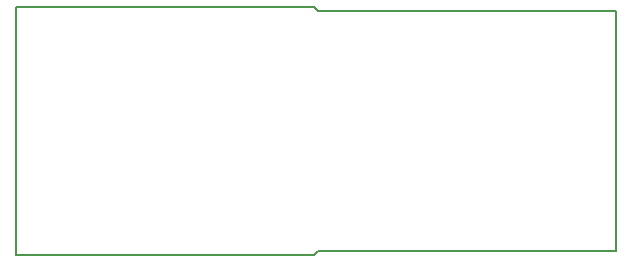
<source format=gbr>
G04 #@! TF.FileFunction,Profile,NP*
%FSLAX46Y46*%
G04 Gerber Fmt 4.6, Leading zero omitted, Abs format (unit mm)*
G04 Created by KiCad (PCBNEW 4.0.2+dfsg1-stable) date mer. 30 août 2017 19:27:24 CEST*
%MOMM*%
G01*
G04 APERTURE LIST*
%ADD10C,0.100000*%
%ADD11C,0.150000*%
G04 APERTURE END LIST*
D10*
D11*
X148670000Y-115160000D02*
X148330000Y-115500000D01*
X173900000Y-115160000D02*
X148670000Y-115160000D01*
X148330000Y-94500000D02*
X148670000Y-94840000D01*
X148670000Y-94840000D02*
X173900000Y-94840000D01*
X123100000Y-115500000D02*
X123100000Y-94500000D01*
X148330000Y-115500000D02*
X123100000Y-115500000D01*
X173900000Y-94840000D02*
X173900000Y-115160000D01*
X123100000Y-94500000D02*
X148330000Y-94500000D01*
M02*

</source>
